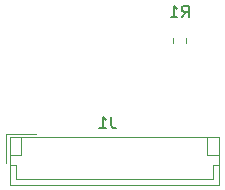
<source format=gbr>
%TF.GenerationSoftware,KiCad,Pcbnew,8.0.3*%
%TF.CreationDate,2024-11-04T16:53:41-08:00*%
%TF.ProjectId,MicPCB,4d696350-4342-42e6-9b69-6361645f7063,rev?*%
%TF.SameCoordinates,Original*%
%TF.FileFunction,Legend,Bot*%
%TF.FilePolarity,Positive*%
%FSLAX46Y46*%
G04 Gerber Fmt 4.6, Leading zero omitted, Abs format (unit mm)*
G04 Created by KiCad (PCBNEW 8.0.3) date 2024-11-04 16:53:41*
%MOMM*%
%LPD*%
G01*
G04 APERTURE LIST*
%ADD10C,0.150000*%
%ADD11C,0.120000*%
G04 APERTURE END LIST*
D10*
X102884266Y-62176819D02*
X103217599Y-61700628D01*
X103455694Y-62176819D02*
X103455694Y-61176819D01*
X103455694Y-61176819D02*
X103074742Y-61176819D01*
X103074742Y-61176819D02*
X102979504Y-61224438D01*
X102979504Y-61224438D02*
X102931885Y-61272057D01*
X102931885Y-61272057D02*
X102884266Y-61367295D01*
X102884266Y-61367295D02*
X102884266Y-61510152D01*
X102884266Y-61510152D02*
X102931885Y-61605390D01*
X102931885Y-61605390D02*
X102979504Y-61653009D01*
X102979504Y-61653009D02*
X103074742Y-61700628D01*
X103074742Y-61700628D02*
X103455694Y-61700628D01*
X101931885Y-62176819D02*
X102503313Y-62176819D01*
X102217599Y-62176819D02*
X102217599Y-61176819D01*
X102217599Y-61176819D02*
X102312837Y-61319676D01*
X102312837Y-61319676D02*
X102408075Y-61414914D01*
X102408075Y-61414914D02*
X102503313Y-61462533D01*
X96904133Y-70574819D02*
X96904133Y-71289104D01*
X96904133Y-71289104D02*
X96951752Y-71431961D01*
X96951752Y-71431961D02*
X97046990Y-71527200D01*
X97046990Y-71527200D02*
X97189847Y-71574819D01*
X97189847Y-71574819D02*
X97285085Y-71574819D01*
X95904133Y-71574819D02*
X96475561Y-71574819D01*
X96189847Y-71574819D02*
X96189847Y-70574819D01*
X96189847Y-70574819D02*
X96285085Y-70717676D01*
X96285085Y-70717676D02*
X96380323Y-70812914D01*
X96380323Y-70812914D02*
X96475561Y-70860533D01*
D11*
%TO.C,R1*%
X103189300Y-63872342D02*
X103189300Y-64346858D01*
X102144300Y-63872342D02*
X102144300Y-64346858D01*
%TO.C,J1*%
X87995000Y-72020000D02*
X87995000Y-74520000D01*
X90495000Y-72020000D02*
X87995000Y-72020000D01*
X88295000Y-72320000D02*
X88295000Y-76340000D01*
X88795000Y-74630000D02*
X88295000Y-74630000D01*
X89295000Y-73820000D02*
X88295000Y-73820000D01*
X106015000Y-72320000D02*
X88295000Y-72320000D01*
X105515000Y-75840000D02*
X88795000Y-75840000D01*
X88795000Y-75840000D02*
X88795000Y-74630000D01*
X89295000Y-72320000D02*
X89295000Y-73820000D01*
X105015000Y-72320000D02*
X105015000Y-73820000D01*
X105515000Y-74630000D02*
X105515000Y-75840000D01*
X106015000Y-74630000D02*
X105515000Y-74630000D01*
X88295000Y-76340000D02*
X106015000Y-76340000D01*
X105015000Y-73820000D02*
X106015000Y-73820000D01*
X106015000Y-76340000D02*
X106015000Y-72320000D01*
%TD*%
M02*

</source>
